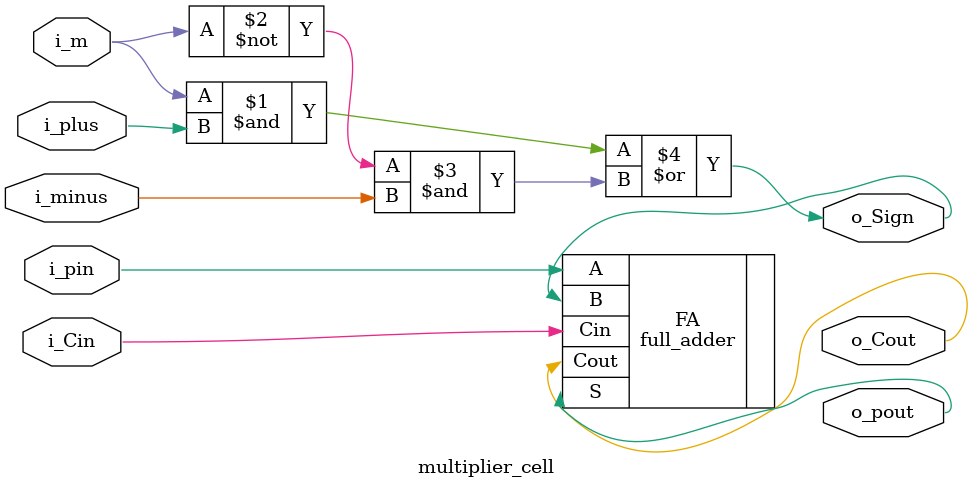
<source format=sv>
/**
 * REVIEW 
 * module multiplier_cell
 */

module multiplier_cell (
    input i_pin,
    input i_m,

    input i_plus,
    input i_minus,

    input i_Cin,

    output logic o_Cout,
    output logic o_Sign,
    output logic o_pout
);

    assign o_Sign = (i_m & i_plus) | (~ i_m & i_minus);

    full_adder FA(
        .A(i_pin),
        .B(o_Sign),
        .Cin(i_Cin),

        .Cout(o_Cout),
        .S(o_pout)
    );
    
endmodule
</source>
